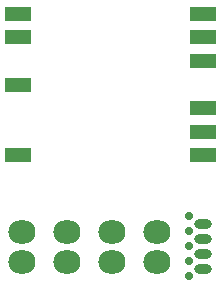
<source format=gts>
G04 #@! TF.GenerationSoftware,KiCad,Pcbnew,(6.0.7)*
G04 #@! TF.CreationDate,2022-08-30T17:39:21-06:00*
G04 #@! TF.ProjectId,malenki-1616-3A,6d616c65-6e6b-4692-9d31-3631362d3341,rev?*
G04 #@! TF.SameCoordinates,Original*
G04 #@! TF.FileFunction,Soldermask,Top*
G04 #@! TF.FilePolarity,Negative*
%FSLAX46Y46*%
G04 Gerber Fmt 4.6, Leading zero omitted, Abs format (unit mm)*
G04 Created by KiCad (PCBNEW (6.0.7)) date 2022-08-30 17:39:21*
%MOMM*%
%LPD*%
G01*
G04 APERTURE LIST*
%ADD10O,2.300000X2.000000*%
%ADD11R,2.200000X1.200000*%
%ADD12C,0.700000*%
%ADD13O,1.500000X0.800000*%
G04 APERTURE END LIST*
D10*
X138430000Y-81280000D03*
X138430000Y-83820000D03*
X142240000Y-81280000D03*
X142240000Y-83820000D03*
X146050000Y-81280000D03*
X146050000Y-83820000D03*
X149860000Y-81280000D03*
X149860000Y-83820000D03*
D11*
X138123000Y-62834000D03*
X138123000Y-64834000D03*
X138123000Y-68834000D03*
X138123000Y-74834000D03*
X153723000Y-74834000D03*
X153723000Y-72834000D03*
X153723000Y-70834000D03*
X153723000Y-66834000D03*
X153723000Y-64834000D03*
X153723000Y-62834000D03*
D12*
X152595000Y-81230000D03*
X152595000Y-79960000D03*
X152595000Y-83770000D03*
X152595000Y-82500000D03*
X152595000Y-85040000D03*
D13*
X153750000Y-80595000D03*
X153750000Y-81865000D03*
X153750000Y-83135000D03*
X153750000Y-84405000D03*
M02*

</source>
